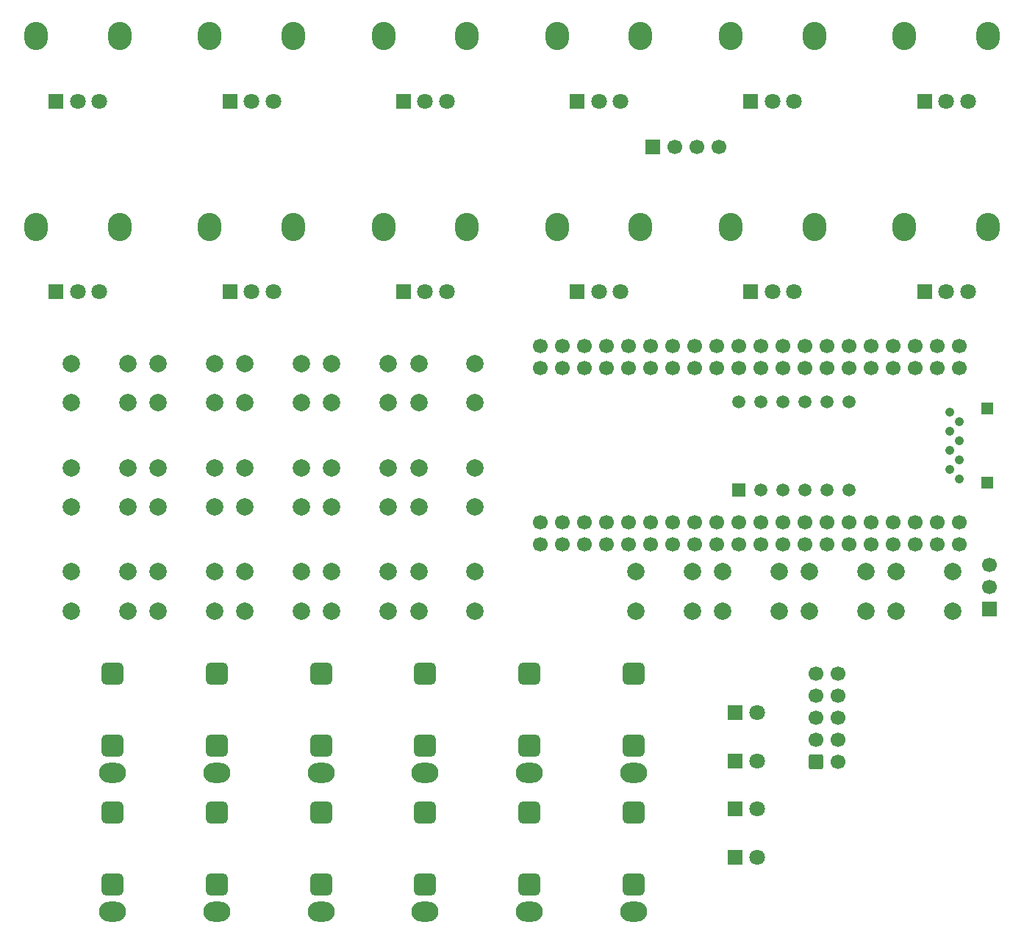
<source format=gbr>
%TF.GenerationSoftware,KiCad,Pcbnew,9.0.1*%
%TF.CreationDate,2025-05-16T11:54:18+01:00*%
%TF.ProjectId,dk2_05,646b325f-3035-42e6-9b69-6361645f7063,rev?*%
%TF.SameCoordinates,Original*%
%TF.FileFunction,Soldermask,Top*%
%TF.FilePolarity,Negative*%
%FSLAX46Y46*%
G04 Gerber Fmt 4.6, Leading zero omitted, Abs format (unit mm)*
G04 Created by KiCad (PCBNEW 9.0.1) date 2025-05-16 11:54:18*
%MOMM*%
%LPD*%
G01*
G04 APERTURE LIST*
G04 Aperture macros list*
%AMRoundRect*
0 Rectangle with rounded corners*
0 $1 Rounding radius*
0 $2 $3 $4 $5 $6 $7 $8 $9 X,Y pos of 4 corners*
0 Add a 4 corners polygon primitive as box body*
4,1,4,$2,$3,$4,$5,$6,$7,$8,$9,$2,$3,0*
0 Add four circle primitives for the rounded corners*
1,1,$1+$1,$2,$3*
1,1,$1+$1,$4,$5*
1,1,$1+$1,$6,$7*
1,1,$1+$1,$8,$9*
0 Add four rect primitives between the rounded corners*
20,1,$1+$1,$2,$3,$4,$5,0*
20,1,$1+$1,$4,$5,$6,$7,0*
20,1,$1+$1,$6,$7,$8,$9,0*
20,1,$1+$1,$8,$9,$2,$3,0*%
G04 Aperture macros list end*
%ADD10C,2.000000*%
%ADD11R,1.500000X1.500000*%
%ADD12C,1.500000*%
%ADD13C,1.700000*%
%ADD14R,1.700000X1.700000*%
%ADD15O,2.720000X3.240000*%
%ADD16R,1.800000X1.800000*%
%ADD17C,1.800000*%
%ADD18O,3.100000X2.300000*%
%ADD19RoundRect,0.650000X-0.650000X-0.650000X0.650000X-0.650000X0.650000X0.650000X-0.650000X0.650000X0*%
%ADD20C,1.050000*%
%ADD21R,1.350000X1.350000*%
%ADD22RoundRect,0.250000X-0.600000X-0.600000X0.600000X-0.600000X0.600000X0.600000X-0.600000X0.600000X0*%
G04 APERTURE END LIST*
D10*
%TO.C,SW9*%
X115750000Y-99750000D03*
X109250000Y-99750000D03*
X115750000Y-95250000D03*
X109250000Y-95250000D03*
%TD*%
%TO.C,SW1*%
X85750000Y-87750000D03*
X79250000Y-87750000D03*
X85750000Y-83250000D03*
X79250000Y-83250000D03*
%TD*%
%TO.C,SW6*%
X85750000Y-99750000D03*
X79250000Y-99750000D03*
X85750000Y-95250000D03*
X79250000Y-95250000D03*
%TD*%
%TO.C,SW11*%
X85750000Y-111750000D03*
X79250000Y-111750000D03*
X85750000Y-107250000D03*
X79250000Y-107250000D03*
%TD*%
%TO.C,SW12*%
X95750000Y-111750000D03*
X89250000Y-111750000D03*
X95750000Y-107250000D03*
X89250000Y-107250000D03*
%TD*%
%TO.C,SW2*%
X95750000Y-87750000D03*
X89250000Y-87750000D03*
X95750000Y-83250000D03*
X89250000Y-83250000D03*
%TD*%
%TO.C,SW15*%
X125750000Y-111750000D03*
X119250000Y-111750000D03*
X125750000Y-107250000D03*
X119250000Y-107250000D03*
%TD*%
%TO.C,SW4*%
X115750000Y-87750000D03*
X109250000Y-87750000D03*
X115750000Y-83250000D03*
X109250000Y-83250000D03*
%TD*%
%TO.C,SW13*%
X105750000Y-111750000D03*
X99250000Y-111750000D03*
X105750000Y-107250000D03*
X99250000Y-107250000D03*
%TD*%
%TO.C,SW7*%
X95750000Y-99750000D03*
X89250000Y-99750000D03*
X95750000Y-95250000D03*
X89250000Y-95250000D03*
%TD*%
%TO.C,SW3*%
X105750000Y-87750000D03*
X99250000Y-87750000D03*
X105750000Y-83250000D03*
X99250000Y-83250000D03*
%TD*%
%TO.C,SW8*%
X105750000Y-99750000D03*
X99250000Y-99750000D03*
X105750000Y-95250000D03*
X99250000Y-95250000D03*
%TD*%
%TO.C,SW10*%
X119250000Y-95250000D03*
X125750000Y-95250000D03*
X119250000Y-99750000D03*
X125750000Y-99750000D03*
%TD*%
%TO.C,SW14*%
X115750000Y-111750000D03*
X109250000Y-111750000D03*
X115750000Y-107250000D03*
X109250000Y-107250000D03*
%TD*%
%TO.C,SW5*%
X125750000Y-87750000D03*
X119250000Y-87750000D03*
X125750000Y-83250000D03*
X119250000Y-83250000D03*
%TD*%
D11*
%TO.C,U3*%
X156150000Y-97810000D03*
D12*
X158690000Y-97810000D03*
X161230000Y-97810000D03*
X163770000Y-97810000D03*
X166310000Y-97810000D03*
X168850000Y-97810000D03*
X168850000Y-87650000D03*
X166310000Y-87650000D03*
X163770000Y-87650000D03*
X161230000Y-87650000D03*
X158690000Y-87650000D03*
X156150000Y-87650000D03*
%TD*%
D10*
%TO.C,SW17*%
X160750000Y-111750000D03*
X154250000Y-111750000D03*
X160750000Y-107250000D03*
X154250000Y-107250000D03*
%TD*%
%TO.C,SW18*%
X170750000Y-111750000D03*
X164250000Y-111750000D03*
X170750000Y-107250000D03*
X164250000Y-107250000D03*
%TD*%
%TO.C,SW19*%
X180750000Y-111750000D03*
X174250000Y-111750000D03*
X180750000Y-107250000D03*
X174250000Y-107250000D03*
%TD*%
%TO.C,SW16*%
X150750000Y-111750000D03*
X144250000Y-111750000D03*
X150750000Y-107250000D03*
X144250000Y-107250000D03*
%TD*%
D13*
%TO.C,A1*%
X181490000Y-104070000D03*
X181490000Y-101530000D03*
X178950000Y-104070000D03*
X178950000Y-101530000D03*
X176410000Y-104070000D03*
X176410000Y-101530000D03*
X173870000Y-104070000D03*
X173870000Y-101530000D03*
X171330000Y-104070000D03*
X171330000Y-101530000D03*
X168790000Y-104070000D03*
X168790000Y-101530000D03*
X166250000Y-104070000D03*
X166250000Y-101530000D03*
X163710000Y-104070000D03*
X163710000Y-101530000D03*
X161170000Y-104070000D03*
X161170000Y-101530000D03*
X158630000Y-104070000D03*
X158630000Y-101530000D03*
X156090000Y-104070000D03*
X156090000Y-101530000D03*
X153550000Y-104070000D03*
X153550000Y-101530000D03*
X151010000Y-104070000D03*
X151010000Y-101530000D03*
X148470000Y-104070000D03*
X148470000Y-101530000D03*
X145930000Y-104070000D03*
X145930000Y-101530000D03*
X143390000Y-104070000D03*
X143390000Y-101530000D03*
X140850000Y-104070000D03*
X140850000Y-101530000D03*
X138310000Y-104070000D03*
X138310000Y-101530000D03*
X135770000Y-104070000D03*
X135770000Y-101530000D03*
X133230000Y-104070000D03*
X133230000Y-101530000D03*
X133230000Y-83750000D03*
X133230000Y-81210000D03*
X135770000Y-83750000D03*
X135770000Y-81210000D03*
X138310000Y-83750000D03*
X138310000Y-81210000D03*
X140850000Y-83750000D03*
X140850000Y-81210000D03*
X143390000Y-83750000D03*
X143390000Y-81210000D03*
X145930000Y-83750000D03*
X145930000Y-81210000D03*
X148470000Y-83750000D03*
X148470000Y-81210000D03*
X151010000Y-83750000D03*
X151010000Y-81210000D03*
X153550000Y-83750000D03*
X153550000Y-81210000D03*
X156090000Y-83750000D03*
X156090000Y-81210000D03*
X158630000Y-83750000D03*
X158630000Y-81210000D03*
X161170000Y-83750000D03*
X161170000Y-81210000D03*
X163710000Y-83750000D03*
X163710000Y-81210000D03*
X166250000Y-83750000D03*
X166250000Y-81210000D03*
X168790000Y-83750000D03*
X168790000Y-81210000D03*
X171330000Y-83750000D03*
X171330000Y-81210000D03*
X173870000Y-83750000D03*
X173870000Y-81210000D03*
X176410000Y-83750000D03*
X176410000Y-81210000D03*
X178950000Y-83750000D03*
X178950000Y-81210000D03*
X181490000Y-83750000D03*
X181490000Y-81210000D03*
%TD*%
D14*
%TO.C,J15*%
X146190000Y-58250000D03*
D13*
X148730000Y-58250000D03*
X151270000Y-58250000D03*
X153810000Y-58250000D03*
%TD*%
D15*
%TO.C,RV3*%
X115200000Y-45500000D03*
X124800000Y-45500000D03*
D16*
X117500000Y-53000000D03*
D17*
X120000000Y-53000000D03*
X122500000Y-53000000D03*
%TD*%
D18*
%TO.C,J1*%
X96000000Y-130400000D03*
D19*
X96000000Y-119000000D03*
X96000000Y-127300000D03*
%TD*%
D18*
%TO.C,J12*%
X132000000Y-130400000D03*
D19*
X132000000Y-119000000D03*
X132000000Y-127300000D03*
%TD*%
D15*
%TO.C,RV8*%
X135200000Y-67500000D03*
X144800000Y-67500000D03*
D16*
X137500000Y-75000000D03*
D17*
X140000000Y-75000000D03*
X142500000Y-75000000D03*
%TD*%
D18*
%TO.C,J11*%
X120000000Y-130400000D03*
D19*
X120000000Y-119000000D03*
X120000000Y-127300000D03*
%TD*%
D18*
%TO.C,J9*%
X144000000Y-146400000D03*
D19*
X144000000Y-135000000D03*
X144000000Y-143300000D03*
%TD*%
D15*
%TO.C,RV4*%
X135200000Y-45500000D03*
X144800000Y-45500000D03*
D16*
X137500000Y-53000000D03*
D17*
X140000000Y-53000000D03*
X142500000Y-53000000D03*
%TD*%
D15*
%TO.C,RV1*%
X75200000Y-45500000D03*
X84800000Y-45500000D03*
D16*
X77500000Y-53000000D03*
D17*
X80000000Y-53000000D03*
X82500000Y-53000000D03*
%TD*%
D15*
%TO.C,RV10*%
X175200000Y-45500000D03*
X184800000Y-45500000D03*
D16*
X177500000Y-53000000D03*
D17*
X180000000Y-53000000D03*
X182500000Y-53000000D03*
%TD*%
D18*
%TO.C,J3*%
X84000000Y-130400000D03*
D19*
X84000000Y-119000000D03*
X84000000Y-127300000D03*
%TD*%
D18*
%TO.C,J13*%
X120000000Y-146400000D03*
D19*
X120000000Y-135000000D03*
X120000000Y-143300000D03*
%TD*%
D18*
%TO.C,J14*%
X132000000Y-146400000D03*
D19*
X132000000Y-135000000D03*
X132000000Y-143300000D03*
%TD*%
D15*
%TO.C,RV7*%
X115200000Y-67500000D03*
X124800000Y-67500000D03*
D16*
X117500000Y-75000000D03*
D17*
X120000000Y-75000000D03*
X122500000Y-75000000D03*
%TD*%
D20*
%TO.C,J5*%
X181550000Y-96550000D03*
X180450000Y-95450000D03*
X181550000Y-94350000D03*
X180450000Y-93250000D03*
X181550000Y-92150000D03*
X180450000Y-91050000D03*
X181550000Y-89950000D03*
X180450000Y-88850000D03*
D21*
X184720000Y-97000000D03*
X184720000Y-88400000D03*
%TD*%
D16*
%TO.C,D3*%
X155725000Y-134600000D03*
D17*
X158265000Y-134600000D03*
%TD*%
D15*
%TO.C,RV11*%
X155200000Y-67500000D03*
X164800000Y-67500000D03*
D16*
X157500000Y-75000000D03*
D17*
X160000000Y-75000000D03*
X162500000Y-75000000D03*
%TD*%
D15*
%TO.C,RV9*%
X155200000Y-45500000D03*
X164800000Y-45500000D03*
D16*
X157500000Y-53000000D03*
D17*
X160000000Y-53000000D03*
X162500000Y-53000000D03*
%TD*%
D18*
%TO.C,J6*%
X96000000Y-146400000D03*
D19*
X96000000Y-135000000D03*
X96000000Y-143300000D03*
%TD*%
D16*
%TO.C,D2*%
X155725000Y-129050000D03*
D17*
X158265000Y-129050000D03*
%TD*%
D16*
%TO.C,D1*%
X155725000Y-123500000D03*
D17*
X158265000Y-123500000D03*
%TD*%
D18*
%TO.C,J4*%
X144000000Y-130400000D03*
D19*
X144000000Y-119000000D03*
X144000000Y-127300000D03*
%TD*%
D16*
%TO.C,D4*%
X155725000Y-140150000D03*
D17*
X158265000Y-140150000D03*
%TD*%
D15*
%TO.C,RV12*%
X175200000Y-67500000D03*
X184800000Y-67500000D03*
D16*
X177500000Y-75000000D03*
D17*
X180000000Y-75000000D03*
X182500000Y-75000000D03*
%TD*%
D18*
%TO.C,J7*%
X108000000Y-146400000D03*
D19*
X108000000Y-135000000D03*
X108000000Y-143300000D03*
%TD*%
D15*
%TO.C,RV6*%
X95200000Y-67500000D03*
X104800000Y-67500000D03*
D16*
X97500000Y-75000000D03*
D17*
X100000000Y-75000000D03*
X102500000Y-75000000D03*
%TD*%
D18*
%TO.C,J2*%
X108000000Y-130400000D03*
D19*
X108000000Y-119000000D03*
X108000000Y-127300000D03*
%TD*%
D15*
%TO.C,RV5*%
X75200000Y-67500000D03*
X84800000Y-67500000D03*
D16*
X77500000Y-75000000D03*
D17*
X80000000Y-75000000D03*
X82500000Y-75000000D03*
%TD*%
D15*
%TO.C,RV2*%
X95200000Y-45500000D03*
X104800000Y-45500000D03*
D16*
X97500000Y-53000000D03*
D17*
X100000000Y-53000000D03*
X102500000Y-53000000D03*
%TD*%
D18*
%TO.C,J8*%
X84000000Y-146400000D03*
D19*
X84000000Y-135000000D03*
X84000000Y-143300000D03*
%TD*%
D14*
%TO.C,J10*%
X185000000Y-111540000D03*
D13*
X185000000Y-109000000D03*
X185000000Y-106460000D03*
%TD*%
D22*
%TO.C,J16*%
X165000000Y-129180000D03*
D13*
X167540000Y-129180000D03*
X165000000Y-126640000D03*
X167540000Y-126640000D03*
X165000000Y-124100000D03*
X167540000Y-124100000D03*
X165000000Y-121560000D03*
X167540000Y-121560000D03*
X165000000Y-119020000D03*
X167540000Y-119020000D03*
%TD*%
M02*

</source>
